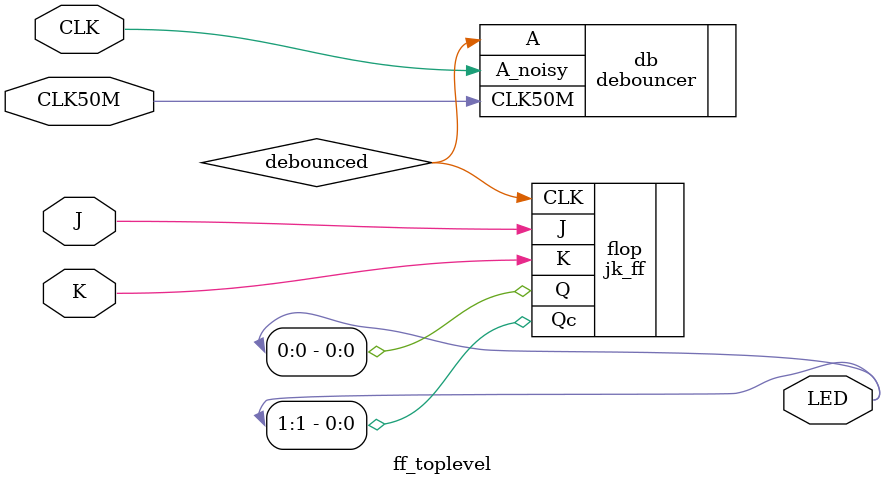
<source format=sv>
module ff_toplevel(
    input logic CLK, J,CLK50M, K,
    output logic [1:0]LED
);

    logic debounced; 

    debouncer db(.A_noisy(CLK), .CLK50M(CLK50M), .A(debounced));
	 
	 jk_ff flop( .J(J), .K(K), .CLK(debounced), .Q(LED[0]), .Qc(LED[1]));

endmodule

</source>
